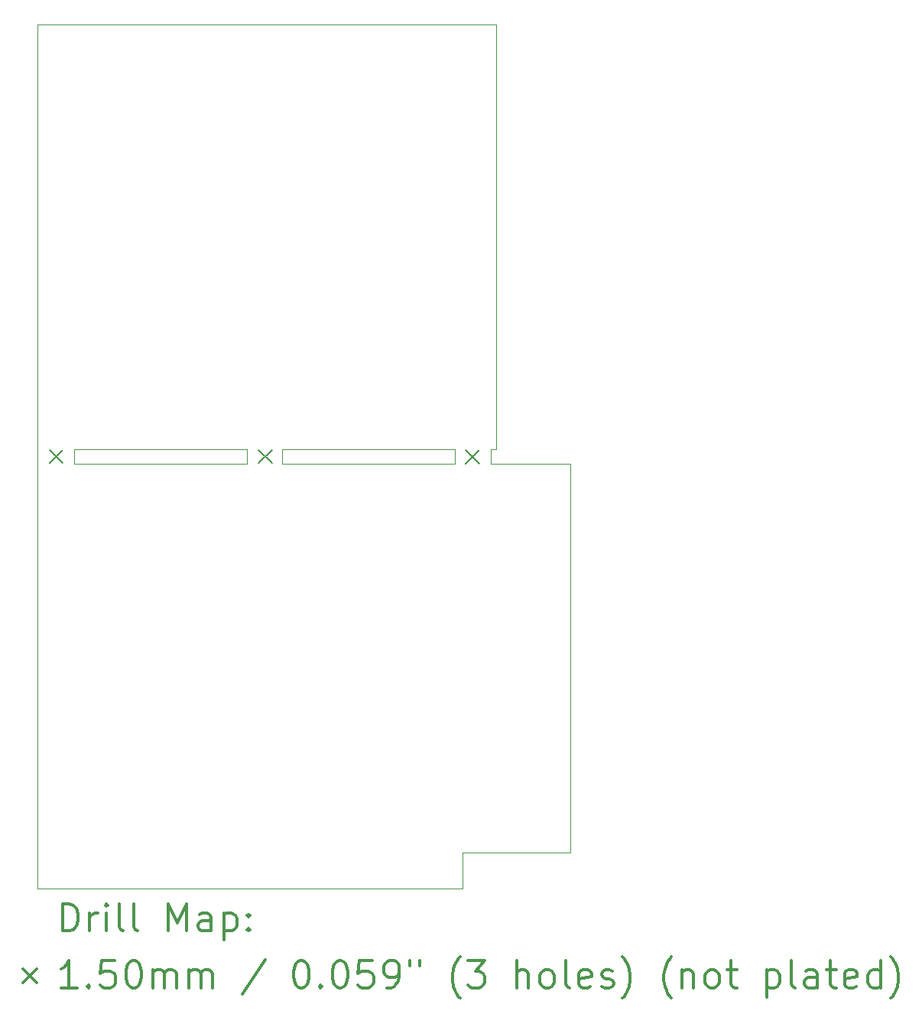
<source format=gbr>
%FSLAX45Y45*%
G04 Gerber Fmt 4.5, Leading zero omitted, Abs format (unit mm)*
G04 Created by KiCad (PCBNEW 5.1.9) date 2021-05-27 11:52:39*
%MOMM*%
%LPD*%
G01*
G04 APERTURE LIST*
%TA.AperFunction,Profile*%
%ADD10C,0.050000*%
%TD*%
%ADD11C,0.200000*%
%ADD12C,0.300000*%
G04 APERTURE END LIST*
D10*
X16192880Y-9055000D02*
X16250000Y-9055000D01*
X16192880Y-9055000D02*
X16192880Y-9215100D01*
X15875000Y-13512800D02*
X17068800Y-13512800D01*
X15875000Y-13914120D02*
X15875000Y-13512800D01*
X15793000Y-9214000D02*
X13881000Y-9214000D01*
X13881000Y-9055000D02*
X15793000Y-9055000D01*
X15793000Y-9055000D02*
X15793000Y-9214000D01*
X13881000Y-9055000D02*
X13881000Y-9214000D01*
X11164420Y-4356100D02*
X11164420Y-13914100D01*
X13485000Y-9214000D02*
X11573000Y-9214000D01*
X11573000Y-9055000D02*
X13485000Y-9055000D01*
X13485000Y-9055000D02*
X13485000Y-9214000D01*
X16250000Y-9055000D02*
X16250000Y-4356100D01*
X17069920Y-9215100D02*
X16192880Y-9215100D01*
X11573000Y-9055000D02*
X11573000Y-9214000D01*
X16250000Y-4356100D02*
X11164420Y-4356100D01*
X11164420Y-13914100D02*
X15875000Y-13914120D01*
X17068800Y-13512800D02*
X17069920Y-9215100D01*
D11*
X11301660Y-9058840D02*
X11451660Y-9208840D01*
X11451660Y-9058840D02*
X11301660Y-9208840D01*
X13615600Y-9058840D02*
X13765600Y-9208840D01*
X13765600Y-9058840D02*
X13615600Y-9208840D01*
X15911760Y-9061380D02*
X16061760Y-9211380D01*
X16061760Y-9061380D02*
X15911760Y-9211380D01*
D12*
X11448348Y-14382334D02*
X11448348Y-14082334D01*
X11519777Y-14082334D01*
X11562634Y-14096620D01*
X11591206Y-14125191D01*
X11605491Y-14153763D01*
X11619777Y-14210906D01*
X11619777Y-14253763D01*
X11605491Y-14310906D01*
X11591206Y-14339477D01*
X11562634Y-14368049D01*
X11519777Y-14382334D01*
X11448348Y-14382334D01*
X11748348Y-14382334D02*
X11748348Y-14182334D01*
X11748348Y-14239477D02*
X11762634Y-14210906D01*
X11776920Y-14196620D01*
X11805491Y-14182334D01*
X11834063Y-14182334D01*
X11934063Y-14382334D02*
X11934063Y-14182334D01*
X11934063Y-14082334D02*
X11919777Y-14096620D01*
X11934063Y-14110906D01*
X11948348Y-14096620D01*
X11934063Y-14082334D01*
X11934063Y-14110906D01*
X12119777Y-14382334D02*
X12091206Y-14368049D01*
X12076920Y-14339477D01*
X12076920Y-14082334D01*
X12276920Y-14382334D02*
X12248348Y-14368049D01*
X12234063Y-14339477D01*
X12234063Y-14082334D01*
X12619777Y-14382334D02*
X12619777Y-14082334D01*
X12719777Y-14296620D01*
X12819777Y-14082334D01*
X12819777Y-14382334D01*
X13091206Y-14382334D02*
X13091206Y-14225191D01*
X13076920Y-14196620D01*
X13048348Y-14182334D01*
X12991206Y-14182334D01*
X12962634Y-14196620D01*
X13091206Y-14368049D02*
X13062634Y-14382334D01*
X12991206Y-14382334D01*
X12962634Y-14368049D01*
X12948348Y-14339477D01*
X12948348Y-14310906D01*
X12962634Y-14282334D01*
X12991206Y-14268049D01*
X13062634Y-14268049D01*
X13091206Y-14253763D01*
X13234063Y-14182334D02*
X13234063Y-14482334D01*
X13234063Y-14196620D02*
X13262634Y-14182334D01*
X13319777Y-14182334D01*
X13348348Y-14196620D01*
X13362634Y-14210906D01*
X13376920Y-14239477D01*
X13376920Y-14325191D01*
X13362634Y-14353763D01*
X13348348Y-14368049D01*
X13319777Y-14382334D01*
X13262634Y-14382334D01*
X13234063Y-14368049D01*
X13505491Y-14353763D02*
X13519777Y-14368049D01*
X13505491Y-14382334D01*
X13491206Y-14368049D01*
X13505491Y-14353763D01*
X13505491Y-14382334D01*
X13505491Y-14196620D02*
X13519777Y-14210906D01*
X13505491Y-14225191D01*
X13491206Y-14210906D01*
X13505491Y-14196620D01*
X13505491Y-14225191D01*
X11011920Y-14801620D02*
X11161920Y-14951620D01*
X11161920Y-14801620D02*
X11011920Y-14951620D01*
X11605491Y-15012334D02*
X11434063Y-15012334D01*
X11519777Y-15012334D02*
X11519777Y-14712334D01*
X11491206Y-14755191D01*
X11462634Y-14783763D01*
X11434063Y-14798049D01*
X11734063Y-14983763D02*
X11748348Y-14998049D01*
X11734063Y-15012334D01*
X11719777Y-14998049D01*
X11734063Y-14983763D01*
X11734063Y-15012334D01*
X12019777Y-14712334D02*
X11876920Y-14712334D01*
X11862634Y-14855191D01*
X11876920Y-14840906D01*
X11905491Y-14826620D01*
X11976920Y-14826620D01*
X12005491Y-14840906D01*
X12019777Y-14855191D01*
X12034063Y-14883763D01*
X12034063Y-14955191D01*
X12019777Y-14983763D01*
X12005491Y-14998049D01*
X11976920Y-15012334D01*
X11905491Y-15012334D01*
X11876920Y-14998049D01*
X11862634Y-14983763D01*
X12219777Y-14712334D02*
X12248348Y-14712334D01*
X12276920Y-14726620D01*
X12291206Y-14740906D01*
X12305491Y-14769477D01*
X12319777Y-14826620D01*
X12319777Y-14898049D01*
X12305491Y-14955191D01*
X12291206Y-14983763D01*
X12276920Y-14998049D01*
X12248348Y-15012334D01*
X12219777Y-15012334D01*
X12191206Y-14998049D01*
X12176920Y-14983763D01*
X12162634Y-14955191D01*
X12148348Y-14898049D01*
X12148348Y-14826620D01*
X12162634Y-14769477D01*
X12176920Y-14740906D01*
X12191206Y-14726620D01*
X12219777Y-14712334D01*
X12448348Y-15012334D02*
X12448348Y-14812334D01*
X12448348Y-14840906D02*
X12462634Y-14826620D01*
X12491206Y-14812334D01*
X12534063Y-14812334D01*
X12562634Y-14826620D01*
X12576920Y-14855191D01*
X12576920Y-15012334D01*
X12576920Y-14855191D02*
X12591206Y-14826620D01*
X12619777Y-14812334D01*
X12662634Y-14812334D01*
X12691206Y-14826620D01*
X12705491Y-14855191D01*
X12705491Y-15012334D01*
X12848348Y-15012334D02*
X12848348Y-14812334D01*
X12848348Y-14840906D02*
X12862634Y-14826620D01*
X12891206Y-14812334D01*
X12934063Y-14812334D01*
X12962634Y-14826620D01*
X12976920Y-14855191D01*
X12976920Y-15012334D01*
X12976920Y-14855191D02*
X12991206Y-14826620D01*
X13019777Y-14812334D01*
X13062634Y-14812334D01*
X13091206Y-14826620D01*
X13105491Y-14855191D01*
X13105491Y-15012334D01*
X13691206Y-14698049D02*
X13434063Y-15083763D01*
X14076920Y-14712334D02*
X14105491Y-14712334D01*
X14134063Y-14726620D01*
X14148348Y-14740906D01*
X14162634Y-14769477D01*
X14176920Y-14826620D01*
X14176920Y-14898049D01*
X14162634Y-14955191D01*
X14148348Y-14983763D01*
X14134063Y-14998049D01*
X14105491Y-15012334D01*
X14076920Y-15012334D01*
X14048348Y-14998049D01*
X14034063Y-14983763D01*
X14019777Y-14955191D01*
X14005491Y-14898049D01*
X14005491Y-14826620D01*
X14019777Y-14769477D01*
X14034063Y-14740906D01*
X14048348Y-14726620D01*
X14076920Y-14712334D01*
X14305491Y-14983763D02*
X14319777Y-14998049D01*
X14305491Y-15012334D01*
X14291206Y-14998049D01*
X14305491Y-14983763D01*
X14305491Y-15012334D01*
X14505491Y-14712334D02*
X14534063Y-14712334D01*
X14562634Y-14726620D01*
X14576920Y-14740906D01*
X14591206Y-14769477D01*
X14605491Y-14826620D01*
X14605491Y-14898049D01*
X14591206Y-14955191D01*
X14576920Y-14983763D01*
X14562634Y-14998049D01*
X14534063Y-15012334D01*
X14505491Y-15012334D01*
X14476920Y-14998049D01*
X14462634Y-14983763D01*
X14448348Y-14955191D01*
X14434063Y-14898049D01*
X14434063Y-14826620D01*
X14448348Y-14769477D01*
X14462634Y-14740906D01*
X14476920Y-14726620D01*
X14505491Y-14712334D01*
X14876920Y-14712334D02*
X14734063Y-14712334D01*
X14719777Y-14855191D01*
X14734063Y-14840906D01*
X14762634Y-14826620D01*
X14834063Y-14826620D01*
X14862634Y-14840906D01*
X14876920Y-14855191D01*
X14891206Y-14883763D01*
X14891206Y-14955191D01*
X14876920Y-14983763D01*
X14862634Y-14998049D01*
X14834063Y-15012334D01*
X14762634Y-15012334D01*
X14734063Y-14998049D01*
X14719777Y-14983763D01*
X15034063Y-15012334D02*
X15091206Y-15012334D01*
X15119777Y-14998049D01*
X15134063Y-14983763D01*
X15162634Y-14940906D01*
X15176920Y-14883763D01*
X15176920Y-14769477D01*
X15162634Y-14740906D01*
X15148348Y-14726620D01*
X15119777Y-14712334D01*
X15062634Y-14712334D01*
X15034063Y-14726620D01*
X15019777Y-14740906D01*
X15005491Y-14769477D01*
X15005491Y-14840906D01*
X15019777Y-14869477D01*
X15034063Y-14883763D01*
X15062634Y-14898049D01*
X15119777Y-14898049D01*
X15148348Y-14883763D01*
X15162634Y-14869477D01*
X15176920Y-14840906D01*
X15291206Y-14712334D02*
X15291206Y-14769477D01*
X15405491Y-14712334D02*
X15405491Y-14769477D01*
X15848348Y-15126620D02*
X15834063Y-15112334D01*
X15805491Y-15069477D01*
X15791206Y-15040906D01*
X15776920Y-14998049D01*
X15762634Y-14926620D01*
X15762634Y-14869477D01*
X15776920Y-14798049D01*
X15791206Y-14755191D01*
X15805491Y-14726620D01*
X15834063Y-14683763D01*
X15848348Y-14669477D01*
X15934063Y-14712334D02*
X16119777Y-14712334D01*
X16019777Y-14826620D01*
X16062634Y-14826620D01*
X16091206Y-14840906D01*
X16105491Y-14855191D01*
X16119777Y-14883763D01*
X16119777Y-14955191D01*
X16105491Y-14983763D01*
X16091206Y-14998049D01*
X16062634Y-15012334D01*
X15976920Y-15012334D01*
X15948348Y-14998049D01*
X15934063Y-14983763D01*
X16476920Y-15012334D02*
X16476920Y-14712334D01*
X16605491Y-15012334D02*
X16605491Y-14855191D01*
X16591206Y-14826620D01*
X16562634Y-14812334D01*
X16519777Y-14812334D01*
X16491206Y-14826620D01*
X16476920Y-14840906D01*
X16791206Y-15012334D02*
X16762634Y-14998049D01*
X16748348Y-14983763D01*
X16734063Y-14955191D01*
X16734063Y-14869477D01*
X16748348Y-14840906D01*
X16762634Y-14826620D01*
X16791206Y-14812334D01*
X16834063Y-14812334D01*
X16862634Y-14826620D01*
X16876920Y-14840906D01*
X16891206Y-14869477D01*
X16891206Y-14955191D01*
X16876920Y-14983763D01*
X16862634Y-14998049D01*
X16834063Y-15012334D01*
X16791206Y-15012334D01*
X17062634Y-15012334D02*
X17034063Y-14998049D01*
X17019777Y-14969477D01*
X17019777Y-14712334D01*
X17291206Y-14998049D02*
X17262634Y-15012334D01*
X17205491Y-15012334D01*
X17176920Y-14998049D01*
X17162634Y-14969477D01*
X17162634Y-14855191D01*
X17176920Y-14826620D01*
X17205491Y-14812334D01*
X17262634Y-14812334D01*
X17291206Y-14826620D01*
X17305491Y-14855191D01*
X17305491Y-14883763D01*
X17162634Y-14912334D01*
X17419777Y-14998049D02*
X17448348Y-15012334D01*
X17505491Y-15012334D01*
X17534063Y-14998049D01*
X17548348Y-14969477D01*
X17548348Y-14955191D01*
X17534063Y-14926620D01*
X17505491Y-14912334D01*
X17462634Y-14912334D01*
X17434063Y-14898049D01*
X17419777Y-14869477D01*
X17419777Y-14855191D01*
X17434063Y-14826620D01*
X17462634Y-14812334D01*
X17505491Y-14812334D01*
X17534063Y-14826620D01*
X17648348Y-15126620D02*
X17662634Y-15112334D01*
X17691206Y-15069477D01*
X17705491Y-15040906D01*
X17719777Y-14998049D01*
X17734063Y-14926620D01*
X17734063Y-14869477D01*
X17719777Y-14798049D01*
X17705491Y-14755191D01*
X17691206Y-14726620D01*
X17662634Y-14683763D01*
X17648348Y-14669477D01*
X18191206Y-15126620D02*
X18176920Y-15112334D01*
X18148348Y-15069477D01*
X18134063Y-15040906D01*
X18119777Y-14998049D01*
X18105491Y-14926620D01*
X18105491Y-14869477D01*
X18119777Y-14798049D01*
X18134063Y-14755191D01*
X18148348Y-14726620D01*
X18176920Y-14683763D01*
X18191206Y-14669477D01*
X18305491Y-14812334D02*
X18305491Y-15012334D01*
X18305491Y-14840906D02*
X18319777Y-14826620D01*
X18348348Y-14812334D01*
X18391206Y-14812334D01*
X18419777Y-14826620D01*
X18434063Y-14855191D01*
X18434063Y-15012334D01*
X18619777Y-15012334D02*
X18591206Y-14998049D01*
X18576920Y-14983763D01*
X18562634Y-14955191D01*
X18562634Y-14869477D01*
X18576920Y-14840906D01*
X18591206Y-14826620D01*
X18619777Y-14812334D01*
X18662634Y-14812334D01*
X18691206Y-14826620D01*
X18705491Y-14840906D01*
X18719777Y-14869477D01*
X18719777Y-14955191D01*
X18705491Y-14983763D01*
X18691206Y-14998049D01*
X18662634Y-15012334D01*
X18619777Y-15012334D01*
X18805491Y-14812334D02*
X18919777Y-14812334D01*
X18848348Y-14712334D02*
X18848348Y-14969477D01*
X18862634Y-14998049D01*
X18891206Y-15012334D01*
X18919777Y-15012334D01*
X19248348Y-14812334D02*
X19248348Y-15112334D01*
X19248348Y-14826620D02*
X19276920Y-14812334D01*
X19334063Y-14812334D01*
X19362634Y-14826620D01*
X19376920Y-14840906D01*
X19391206Y-14869477D01*
X19391206Y-14955191D01*
X19376920Y-14983763D01*
X19362634Y-14998049D01*
X19334063Y-15012334D01*
X19276920Y-15012334D01*
X19248348Y-14998049D01*
X19562634Y-15012334D02*
X19534063Y-14998049D01*
X19519777Y-14969477D01*
X19519777Y-14712334D01*
X19805491Y-15012334D02*
X19805491Y-14855191D01*
X19791206Y-14826620D01*
X19762634Y-14812334D01*
X19705491Y-14812334D01*
X19676920Y-14826620D01*
X19805491Y-14998049D02*
X19776920Y-15012334D01*
X19705491Y-15012334D01*
X19676920Y-14998049D01*
X19662634Y-14969477D01*
X19662634Y-14940906D01*
X19676920Y-14912334D01*
X19705491Y-14898049D01*
X19776920Y-14898049D01*
X19805491Y-14883763D01*
X19905491Y-14812334D02*
X20019777Y-14812334D01*
X19948348Y-14712334D02*
X19948348Y-14969477D01*
X19962634Y-14998049D01*
X19991206Y-15012334D01*
X20019777Y-15012334D01*
X20234063Y-14998049D02*
X20205491Y-15012334D01*
X20148348Y-15012334D01*
X20119777Y-14998049D01*
X20105491Y-14969477D01*
X20105491Y-14855191D01*
X20119777Y-14826620D01*
X20148348Y-14812334D01*
X20205491Y-14812334D01*
X20234063Y-14826620D01*
X20248348Y-14855191D01*
X20248348Y-14883763D01*
X20105491Y-14912334D01*
X20505491Y-15012334D02*
X20505491Y-14712334D01*
X20505491Y-14998049D02*
X20476920Y-15012334D01*
X20419777Y-15012334D01*
X20391206Y-14998049D01*
X20376920Y-14983763D01*
X20362634Y-14955191D01*
X20362634Y-14869477D01*
X20376920Y-14840906D01*
X20391206Y-14826620D01*
X20419777Y-14812334D01*
X20476920Y-14812334D01*
X20505491Y-14826620D01*
X20619777Y-15126620D02*
X20634063Y-15112334D01*
X20662634Y-15069477D01*
X20676920Y-15040906D01*
X20691206Y-14998049D01*
X20705491Y-14926620D01*
X20705491Y-14869477D01*
X20691206Y-14798049D01*
X20676920Y-14755191D01*
X20662634Y-14726620D01*
X20634063Y-14683763D01*
X20619777Y-14669477D01*
M02*

</source>
